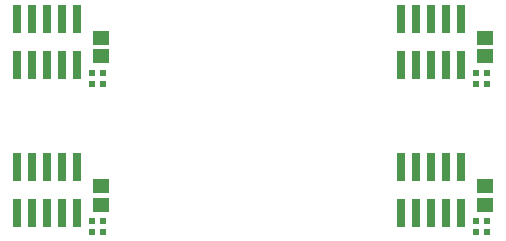
<source format=gbp>
G04 Layer_Color=128*
%FSAX24Y24*%
%MOIN*%
G70*
G01*
G75*
%ADD17R,0.0217X0.0236*%
%ADD19R,0.0571X0.0512*%
%ADD31R,0.0299X0.0945*%
D17*
X020411Y013945D02*
D03*
X020785D02*
D03*
X020411Y013591D02*
D03*
X020785D02*
D03*
X033222Y013945D02*
D03*
X033596D02*
D03*
X033222Y013591D02*
D03*
X033596D02*
D03*
X020411Y018882D02*
D03*
X020785D02*
D03*
X020411Y018528D02*
D03*
X020785D02*
D03*
X033222Y018882D02*
D03*
X033596D02*
D03*
X033222Y018528D02*
D03*
X033596D02*
D03*
D19*
X020717Y014496D02*
D03*
Y015126D02*
D03*
X033528Y014496D02*
D03*
Y015126D02*
D03*
X020717Y019433D02*
D03*
Y020063D02*
D03*
X033528Y019433D02*
D03*
Y020063D02*
D03*
D31*
X019906Y014201D02*
D03*
Y015736D02*
D03*
X019406Y014201D02*
D03*
X018906D02*
D03*
X018406D02*
D03*
X017906D02*
D03*
X019906Y015736D02*
D03*
X019406D02*
D03*
X018906D02*
D03*
X018406D02*
D03*
X017906D02*
D03*
X032717Y014201D02*
D03*
Y015736D02*
D03*
X032217Y014201D02*
D03*
X031717D02*
D03*
X031217D02*
D03*
X030717D02*
D03*
X032717Y015736D02*
D03*
X032217D02*
D03*
X031717D02*
D03*
X031217D02*
D03*
X030717D02*
D03*
X019906Y019138D02*
D03*
Y020673D02*
D03*
X019406Y019138D02*
D03*
X018906D02*
D03*
X018406D02*
D03*
X017906D02*
D03*
X019906Y020673D02*
D03*
X019406D02*
D03*
X018906D02*
D03*
X018406D02*
D03*
X017906D02*
D03*
X032717Y019138D02*
D03*
Y020673D02*
D03*
X032217Y019138D02*
D03*
X031717D02*
D03*
X031217D02*
D03*
X030717D02*
D03*
X032717Y020673D02*
D03*
X032217D02*
D03*
X031717D02*
D03*
X031217D02*
D03*
X030717D02*
D03*
M02*

</source>
